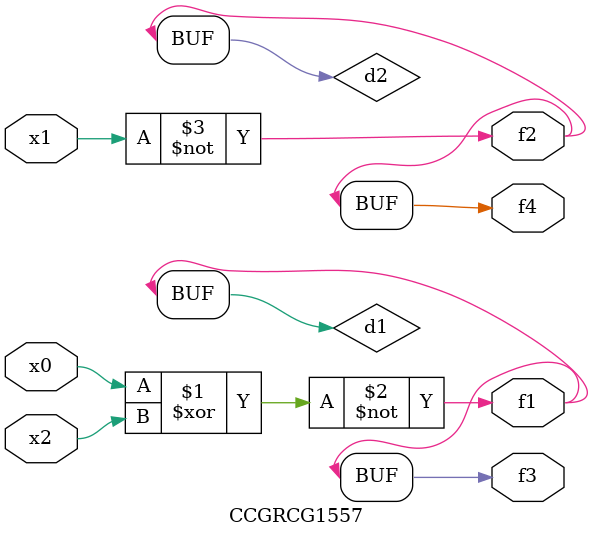
<source format=v>
module CCGRCG1557(
	input x0, x1, x2,
	output f1, f2, f3, f4
);

	wire d1, d2, d3;

	xnor (d1, x0, x2);
	nand (d2, x1);
	nor (d3, x1, x2);
	assign f1 = d1;
	assign f2 = d2;
	assign f3 = d1;
	assign f4 = d2;
endmodule

</source>
